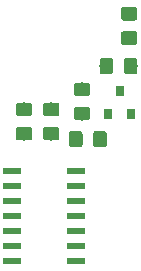
<source format=gbr>
G04 #@! TF.GenerationSoftware,KiCad,Pcbnew,5.0.2+dfsg1-1*
G04 #@! TF.CreationDate,2019-04-22T18:48:39+01:00*
G04 #@! TF.ProjectId,hawk,6861776b-2e6b-4696-9361-645f70636258,rev?*
G04 #@! TF.SameCoordinates,Original*
G04 #@! TF.FileFunction,Paste,Top*
G04 #@! TF.FilePolarity,Positive*
%FSLAX46Y46*%
G04 Gerber Fmt 4.6, Leading zero omitted, Abs format (unit mm)*
G04 Created by KiCad (PCBNEW 5.0.2+dfsg1-1) date Mon 22 Apr 2019 18:48:39 BST*
%MOMM*%
%LPD*%
G01*
G04 APERTURE LIST*
%ADD10C,0.100000*%
%ADD11C,1.150000*%
%ADD12R,1.500000X0.600000*%
%ADD13R,0.800000X0.900000*%
G04 APERTURE END LIST*
D10*
G04 #@! TO.C,C1*
G36*
X154124505Y-77501204D02*
X154148773Y-77504804D01*
X154172572Y-77510765D01*
X154195671Y-77519030D01*
X154217850Y-77529520D01*
X154238893Y-77542132D01*
X154258599Y-77556747D01*
X154276777Y-77573223D01*
X154293253Y-77591401D01*
X154307868Y-77611107D01*
X154320480Y-77632150D01*
X154330970Y-77654329D01*
X154339235Y-77677428D01*
X154345196Y-77701227D01*
X154348796Y-77725495D01*
X154350000Y-77749999D01*
X154350000Y-78650001D01*
X154348796Y-78674505D01*
X154345196Y-78698773D01*
X154339235Y-78722572D01*
X154330970Y-78745671D01*
X154320480Y-78767850D01*
X154307868Y-78788893D01*
X154293253Y-78808599D01*
X154276777Y-78826777D01*
X154258599Y-78843253D01*
X154238893Y-78857868D01*
X154217850Y-78870480D01*
X154195671Y-78880970D01*
X154172572Y-78889235D01*
X154148773Y-78895196D01*
X154124505Y-78898796D01*
X154100001Y-78900000D01*
X153449999Y-78900000D01*
X153425495Y-78898796D01*
X153401227Y-78895196D01*
X153377428Y-78889235D01*
X153354329Y-78880970D01*
X153332150Y-78870480D01*
X153311107Y-78857868D01*
X153291401Y-78843253D01*
X153273223Y-78826777D01*
X153256747Y-78808599D01*
X153242132Y-78788893D01*
X153229520Y-78767850D01*
X153219030Y-78745671D01*
X153210765Y-78722572D01*
X153204804Y-78698773D01*
X153201204Y-78674505D01*
X153200000Y-78650001D01*
X153200000Y-77749999D01*
X153201204Y-77725495D01*
X153204804Y-77701227D01*
X153210765Y-77677428D01*
X153219030Y-77654329D01*
X153229520Y-77632150D01*
X153242132Y-77611107D01*
X153256747Y-77591401D01*
X153273223Y-77573223D01*
X153291401Y-77556747D01*
X153311107Y-77542132D01*
X153332150Y-77529520D01*
X153354329Y-77519030D01*
X153377428Y-77510765D01*
X153401227Y-77504804D01*
X153425495Y-77501204D01*
X153449999Y-77500000D01*
X154100001Y-77500000D01*
X154124505Y-77501204D01*
X154124505Y-77501204D01*
G37*
D11*
X153775000Y-78200000D03*
D10*
G36*
X156174505Y-77501204D02*
X156198773Y-77504804D01*
X156222572Y-77510765D01*
X156245671Y-77519030D01*
X156267850Y-77529520D01*
X156288893Y-77542132D01*
X156308599Y-77556747D01*
X156326777Y-77573223D01*
X156343253Y-77591401D01*
X156357868Y-77611107D01*
X156370480Y-77632150D01*
X156380970Y-77654329D01*
X156389235Y-77677428D01*
X156395196Y-77701227D01*
X156398796Y-77725495D01*
X156400000Y-77749999D01*
X156400000Y-78650001D01*
X156398796Y-78674505D01*
X156395196Y-78698773D01*
X156389235Y-78722572D01*
X156380970Y-78745671D01*
X156370480Y-78767850D01*
X156357868Y-78788893D01*
X156343253Y-78808599D01*
X156326777Y-78826777D01*
X156308599Y-78843253D01*
X156288893Y-78857868D01*
X156267850Y-78870480D01*
X156245671Y-78880970D01*
X156222572Y-78889235D01*
X156198773Y-78895196D01*
X156174505Y-78898796D01*
X156150001Y-78900000D01*
X155499999Y-78900000D01*
X155475495Y-78898796D01*
X155451227Y-78895196D01*
X155427428Y-78889235D01*
X155404329Y-78880970D01*
X155382150Y-78870480D01*
X155361107Y-78857868D01*
X155341401Y-78843253D01*
X155323223Y-78826777D01*
X155306747Y-78808599D01*
X155292132Y-78788893D01*
X155279520Y-78767850D01*
X155269030Y-78745671D01*
X155260765Y-78722572D01*
X155254804Y-78698773D01*
X155251204Y-78674505D01*
X155250000Y-78650001D01*
X155250000Y-77749999D01*
X155251204Y-77725495D01*
X155254804Y-77701227D01*
X155260765Y-77677428D01*
X155269030Y-77654329D01*
X155279520Y-77632150D01*
X155292132Y-77611107D01*
X155306747Y-77591401D01*
X155323223Y-77573223D01*
X155341401Y-77556747D01*
X155361107Y-77542132D01*
X155382150Y-77529520D01*
X155404329Y-77519030D01*
X155427428Y-77510765D01*
X155451227Y-77504804D01*
X155475495Y-77501204D01*
X155499999Y-77500000D01*
X156150001Y-77500000D01*
X156174505Y-77501204D01*
X156174505Y-77501204D01*
G37*
D11*
X155825000Y-78200000D03*
G04 #@! TD*
D10*
G04 #@! TO.C,C2*
G36*
X154774505Y-73401204D02*
X154798773Y-73404804D01*
X154822572Y-73410765D01*
X154845671Y-73419030D01*
X154867850Y-73429520D01*
X154888893Y-73442132D01*
X154908599Y-73456747D01*
X154926777Y-73473223D01*
X154943253Y-73491401D01*
X154957868Y-73511107D01*
X154970480Y-73532150D01*
X154980970Y-73554329D01*
X154989235Y-73577428D01*
X154995196Y-73601227D01*
X154998796Y-73625495D01*
X155000000Y-73649999D01*
X155000000Y-74300001D01*
X154998796Y-74324505D01*
X154995196Y-74348773D01*
X154989235Y-74372572D01*
X154980970Y-74395671D01*
X154970480Y-74417850D01*
X154957868Y-74438893D01*
X154943253Y-74458599D01*
X154926777Y-74476777D01*
X154908599Y-74493253D01*
X154888893Y-74507868D01*
X154867850Y-74520480D01*
X154845671Y-74530970D01*
X154822572Y-74539235D01*
X154798773Y-74545196D01*
X154774505Y-74548796D01*
X154750001Y-74550000D01*
X153849999Y-74550000D01*
X153825495Y-74548796D01*
X153801227Y-74545196D01*
X153777428Y-74539235D01*
X153754329Y-74530970D01*
X153732150Y-74520480D01*
X153711107Y-74507868D01*
X153691401Y-74493253D01*
X153673223Y-74476777D01*
X153656747Y-74458599D01*
X153642132Y-74438893D01*
X153629520Y-74417850D01*
X153619030Y-74395671D01*
X153610765Y-74372572D01*
X153604804Y-74348773D01*
X153601204Y-74324505D01*
X153600000Y-74300001D01*
X153600000Y-73649999D01*
X153601204Y-73625495D01*
X153604804Y-73601227D01*
X153610765Y-73577428D01*
X153619030Y-73554329D01*
X153629520Y-73532150D01*
X153642132Y-73511107D01*
X153656747Y-73491401D01*
X153673223Y-73473223D01*
X153691401Y-73456747D01*
X153711107Y-73442132D01*
X153732150Y-73429520D01*
X153754329Y-73419030D01*
X153777428Y-73410765D01*
X153801227Y-73404804D01*
X153825495Y-73401204D01*
X153849999Y-73400000D01*
X154750001Y-73400000D01*
X154774505Y-73401204D01*
X154774505Y-73401204D01*
G37*
D11*
X154300000Y-73975000D03*
D10*
G36*
X154774505Y-75451204D02*
X154798773Y-75454804D01*
X154822572Y-75460765D01*
X154845671Y-75469030D01*
X154867850Y-75479520D01*
X154888893Y-75492132D01*
X154908599Y-75506747D01*
X154926777Y-75523223D01*
X154943253Y-75541401D01*
X154957868Y-75561107D01*
X154970480Y-75582150D01*
X154980970Y-75604329D01*
X154989235Y-75627428D01*
X154995196Y-75651227D01*
X154998796Y-75675495D01*
X155000000Y-75699999D01*
X155000000Y-76350001D01*
X154998796Y-76374505D01*
X154995196Y-76398773D01*
X154989235Y-76422572D01*
X154980970Y-76445671D01*
X154970480Y-76467850D01*
X154957868Y-76488893D01*
X154943253Y-76508599D01*
X154926777Y-76526777D01*
X154908599Y-76543253D01*
X154888893Y-76557868D01*
X154867850Y-76570480D01*
X154845671Y-76580970D01*
X154822572Y-76589235D01*
X154798773Y-76595196D01*
X154774505Y-76598796D01*
X154750001Y-76600000D01*
X153849999Y-76600000D01*
X153825495Y-76598796D01*
X153801227Y-76595196D01*
X153777428Y-76589235D01*
X153754329Y-76580970D01*
X153732150Y-76570480D01*
X153711107Y-76557868D01*
X153691401Y-76543253D01*
X153673223Y-76526777D01*
X153656747Y-76508599D01*
X153642132Y-76488893D01*
X153629520Y-76467850D01*
X153619030Y-76445671D01*
X153610765Y-76422572D01*
X153604804Y-76398773D01*
X153601204Y-76374505D01*
X153600000Y-76350001D01*
X153600000Y-75699999D01*
X153601204Y-75675495D01*
X153604804Y-75651227D01*
X153610765Y-75627428D01*
X153619030Y-75604329D01*
X153629520Y-75582150D01*
X153642132Y-75561107D01*
X153656747Y-75541401D01*
X153673223Y-75523223D01*
X153691401Y-75506747D01*
X153711107Y-75492132D01*
X153732150Y-75479520D01*
X153754329Y-75469030D01*
X153777428Y-75460765D01*
X153801227Y-75454804D01*
X153825495Y-75451204D01*
X153849999Y-75450000D01*
X154750001Y-75450000D01*
X154774505Y-75451204D01*
X154774505Y-75451204D01*
G37*
D11*
X154300000Y-76025000D03*
G04 #@! TD*
D10*
G04 #@! TO.C,C3*
G36*
X158774505Y-71301204D02*
X158798773Y-71304804D01*
X158822572Y-71310765D01*
X158845671Y-71319030D01*
X158867850Y-71329520D01*
X158888893Y-71342132D01*
X158908599Y-71356747D01*
X158926777Y-71373223D01*
X158943253Y-71391401D01*
X158957868Y-71411107D01*
X158970480Y-71432150D01*
X158980970Y-71454329D01*
X158989235Y-71477428D01*
X158995196Y-71501227D01*
X158998796Y-71525495D01*
X159000000Y-71549999D01*
X159000000Y-72450001D01*
X158998796Y-72474505D01*
X158995196Y-72498773D01*
X158989235Y-72522572D01*
X158980970Y-72545671D01*
X158970480Y-72567850D01*
X158957868Y-72588893D01*
X158943253Y-72608599D01*
X158926777Y-72626777D01*
X158908599Y-72643253D01*
X158888893Y-72657868D01*
X158867850Y-72670480D01*
X158845671Y-72680970D01*
X158822572Y-72689235D01*
X158798773Y-72695196D01*
X158774505Y-72698796D01*
X158750001Y-72700000D01*
X158099999Y-72700000D01*
X158075495Y-72698796D01*
X158051227Y-72695196D01*
X158027428Y-72689235D01*
X158004329Y-72680970D01*
X157982150Y-72670480D01*
X157961107Y-72657868D01*
X157941401Y-72643253D01*
X157923223Y-72626777D01*
X157906747Y-72608599D01*
X157892132Y-72588893D01*
X157879520Y-72567850D01*
X157869030Y-72545671D01*
X157860765Y-72522572D01*
X157854804Y-72498773D01*
X157851204Y-72474505D01*
X157850000Y-72450001D01*
X157850000Y-71549999D01*
X157851204Y-71525495D01*
X157854804Y-71501227D01*
X157860765Y-71477428D01*
X157869030Y-71454329D01*
X157879520Y-71432150D01*
X157892132Y-71411107D01*
X157906747Y-71391401D01*
X157923223Y-71373223D01*
X157941401Y-71356747D01*
X157961107Y-71342132D01*
X157982150Y-71329520D01*
X158004329Y-71319030D01*
X158027428Y-71310765D01*
X158051227Y-71304804D01*
X158075495Y-71301204D01*
X158099999Y-71300000D01*
X158750001Y-71300000D01*
X158774505Y-71301204D01*
X158774505Y-71301204D01*
G37*
D11*
X158425000Y-72000000D03*
D10*
G36*
X156724505Y-71301204D02*
X156748773Y-71304804D01*
X156772572Y-71310765D01*
X156795671Y-71319030D01*
X156817850Y-71329520D01*
X156838893Y-71342132D01*
X156858599Y-71356747D01*
X156876777Y-71373223D01*
X156893253Y-71391401D01*
X156907868Y-71411107D01*
X156920480Y-71432150D01*
X156930970Y-71454329D01*
X156939235Y-71477428D01*
X156945196Y-71501227D01*
X156948796Y-71525495D01*
X156950000Y-71549999D01*
X156950000Y-72450001D01*
X156948796Y-72474505D01*
X156945196Y-72498773D01*
X156939235Y-72522572D01*
X156930970Y-72545671D01*
X156920480Y-72567850D01*
X156907868Y-72588893D01*
X156893253Y-72608599D01*
X156876777Y-72626777D01*
X156858599Y-72643253D01*
X156838893Y-72657868D01*
X156817850Y-72670480D01*
X156795671Y-72680970D01*
X156772572Y-72689235D01*
X156748773Y-72695196D01*
X156724505Y-72698796D01*
X156700001Y-72700000D01*
X156049999Y-72700000D01*
X156025495Y-72698796D01*
X156001227Y-72695196D01*
X155977428Y-72689235D01*
X155954329Y-72680970D01*
X155932150Y-72670480D01*
X155911107Y-72657868D01*
X155891401Y-72643253D01*
X155873223Y-72626777D01*
X155856747Y-72608599D01*
X155842132Y-72588893D01*
X155829520Y-72567850D01*
X155819030Y-72545671D01*
X155810765Y-72522572D01*
X155804804Y-72498773D01*
X155801204Y-72474505D01*
X155800000Y-72450001D01*
X155800000Y-71549999D01*
X155801204Y-71525495D01*
X155804804Y-71501227D01*
X155810765Y-71477428D01*
X155819030Y-71454329D01*
X155829520Y-71432150D01*
X155842132Y-71411107D01*
X155856747Y-71391401D01*
X155873223Y-71373223D01*
X155891401Y-71356747D01*
X155911107Y-71342132D01*
X155932150Y-71329520D01*
X155954329Y-71319030D01*
X155977428Y-71310765D01*
X156001227Y-71304804D01*
X156025495Y-71301204D01*
X156049999Y-71300000D01*
X156700001Y-71300000D01*
X156724505Y-71301204D01*
X156724505Y-71301204D01*
G37*
D11*
X156375000Y-72000000D03*
G04 #@! TD*
D10*
G04 #@! TO.C,D1*
G36*
X152174505Y-75101204D02*
X152198773Y-75104804D01*
X152222572Y-75110765D01*
X152245671Y-75119030D01*
X152267850Y-75129520D01*
X152288893Y-75142132D01*
X152308599Y-75156747D01*
X152326777Y-75173223D01*
X152343253Y-75191401D01*
X152357868Y-75211107D01*
X152370480Y-75232150D01*
X152380970Y-75254329D01*
X152389235Y-75277428D01*
X152395196Y-75301227D01*
X152398796Y-75325495D01*
X152400000Y-75349999D01*
X152400000Y-76000001D01*
X152398796Y-76024505D01*
X152395196Y-76048773D01*
X152389235Y-76072572D01*
X152380970Y-76095671D01*
X152370480Y-76117850D01*
X152357868Y-76138893D01*
X152343253Y-76158599D01*
X152326777Y-76176777D01*
X152308599Y-76193253D01*
X152288893Y-76207868D01*
X152267850Y-76220480D01*
X152245671Y-76230970D01*
X152222572Y-76239235D01*
X152198773Y-76245196D01*
X152174505Y-76248796D01*
X152150001Y-76250000D01*
X151249999Y-76250000D01*
X151225495Y-76248796D01*
X151201227Y-76245196D01*
X151177428Y-76239235D01*
X151154329Y-76230970D01*
X151132150Y-76220480D01*
X151111107Y-76207868D01*
X151091401Y-76193253D01*
X151073223Y-76176777D01*
X151056747Y-76158599D01*
X151042132Y-76138893D01*
X151029520Y-76117850D01*
X151019030Y-76095671D01*
X151010765Y-76072572D01*
X151004804Y-76048773D01*
X151001204Y-76024505D01*
X151000000Y-76000001D01*
X151000000Y-75349999D01*
X151001204Y-75325495D01*
X151004804Y-75301227D01*
X151010765Y-75277428D01*
X151019030Y-75254329D01*
X151029520Y-75232150D01*
X151042132Y-75211107D01*
X151056747Y-75191401D01*
X151073223Y-75173223D01*
X151091401Y-75156747D01*
X151111107Y-75142132D01*
X151132150Y-75129520D01*
X151154329Y-75119030D01*
X151177428Y-75110765D01*
X151201227Y-75104804D01*
X151225495Y-75101204D01*
X151249999Y-75100000D01*
X152150001Y-75100000D01*
X152174505Y-75101204D01*
X152174505Y-75101204D01*
G37*
D11*
X151700000Y-75675000D03*
D10*
G36*
X152174505Y-77151204D02*
X152198773Y-77154804D01*
X152222572Y-77160765D01*
X152245671Y-77169030D01*
X152267850Y-77179520D01*
X152288893Y-77192132D01*
X152308599Y-77206747D01*
X152326777Y-77223223D01*
X152343253Y-77241401D01*
X152357868Y-77261107D01*
X152370480Y-77282150D01*
X152380970Y-77304329D01*
X152389235Y-77327428D01*
X152395196Y-77351227D01*
X152398796Y-77375495D01*
X152400000Y-77399999D01*
X152400000Y-78050001D01*
X152398796Y-78074505D01*
X152395196Y-78098773D01*
X152389235Y-78122572D01*
X152380970Y-78145671D01*
X152370480Y-78167850D01*
X152357868Y-78188893D01*
X152343253Y-78208599D01*
X152326777Y-78226777D01*
X152308599Y-78243253D01*
X152288893Y-78257868D01*
X152267850Y-78270480D01*
X152245671Y-78280970D01*
X152222572Y-78289235D01*
X152198773Y-78295196D01*
X152174505Y-78298796D01*
X152150001Y-78300000D01*
X151249999Y-78300000D01*
X151225495Y-78298796D01*
X151201227Y-78295196D01*
X151177428Y-78289235D01*
X151154329Y-78280970D01*
X151132150Y-78270480D01*
X151111107Y-78257868D01*
X151091401Y-78243253D01*
X151073223Y-78226777D01*
X151056747Y-78208599D01*
X151042132Y-78188893D01*
X151029520Y-78167850D01*
X151019030Y-78145671D01*
X151010765Y-78122572D01*
X151004804Y-78098773D01*
X151001204Y-78074505D01*
X151000000Y-78050001D01*
X151000000Y-77399999D01*
X151001204Y-77375495D01*
X151004804Y-77351227D01*
X151010765Y-77327428D01*
X151019030Y-77304329D01*
X151029520Y-77282150D01*
X151042132Y-77261107D01*
X151056747Y-77241401D01*
X151073223Y-77223223D01*
X151091401Y-77206747D01*
X151111107Y-77192132D01*
X151132150Y-77179520D01*
X151154329Y-77169030D01*
X151177428Y-77160765D01*
X151201227Y-77154804D01*
X151225495Y-77151204D01*
X151249999Y-77150000D01*
X152150001Y-77150000D01*
X152174505Y-77151204D01*
X152174505Y-77151204D01*
G37*
D11*
X151700000Y-77725000D03*
G04 #@! TD*
D10*
G04 #@! TO.C,R1*
G36*
X158774505Y-69051204D02*
X158798773Y-69054804D01*
X158822572Y-69060765D01*
X158845671Y-69069030D01*
X158867850Y-69079520D01*
X158888893Y-69092132D01*
X158908599Y-69106747D01*
X158926777Y-69123223D01*
X158943253Y-69141401D01*
X158957868Y-69161107D01*
X158970480Y-69182150D01*
X158980970Y-69204329D01*
X158989235Y-69227428D01*
X158995196Y-69251227D01*
X158998796Y-69275495D01*
X159000000Y-69299999D01*
X159000000Y-69950001D01*
X158998796Y-69974505D01*
X158995196Y-69998773D01*
X158989235Y-70022572D01*
X158980970Y-70045671D01*
X158970480Y-70067850D01*
X158957868Y-70088893D01*
X158943253Y-70108599D01*
X158926777Y-70126777D01*
X158908599Y-70143253D01*
X158888893Y-70157868D01*
X158867850Y-70170480D01*
X158845671Y-70180970D01*
X158822572Y-70189235D01*
X158798773Y-70195196D01*
X158774505Y-70198796D01*
X158750001Y-70200000D01*
X157849999Y-70200000D01*
X157825495Y-70198796D01*
X157801227Y-70195196D01*
X157777428Y-70189235D01*
X157754329Y-70180970D01*
X157732150Y-70170480D01*
X157711107Y-70157868D01*
X157691401Y-70143253D01*
X157673223Y-70126777D01*
X157656747Y-70108599D01*
X157642132Y-70088893D01*
X157629520Y-70067850D01*
X157619030Y-70045671D01*
X157610765Y-70022572D01*
X157604804Y-69998773D01*
X157601204Y-69974505D01*
X157600000Y-69950001D01*
X157600000Y-69299999D01*
X157601204Y-69275495D01*
X157604804Y-69251227D01*
X157610765Y-69227428D01*
X157619030Y-69204329D01*
X157629520Y-69182150D01*
X157642132Y-69161107D01*
X157656747Y-69141401D01*
X157673223Y-69123223D01*
X157691401Y-69106747D01*
X157711107Y-69092132D01*
X157732150Y-69079520D01*
X157754329Y-69069030D01*
X157777428Y-69060765D01*
X157801227Y-69054804D01*
X157825495Y-69051204D01*
X157849999Y-69050000D01*
X158750001Y-69050000D01*
X158774505Y-69051204D01*
X158774505Y-69051204D01*
G37*
D11*
X158300000Y-69625000D03*
D10*
G36*
X158774505Y-67001204D02*
X158798773Y-67004804D01*
X158822572Y-67010765D01*
X158845671Y-67019030D01*
X158867850Y-67029520D01*
X158888893Y-67042132D01*
X158908599Y-67056747D01*
X158926777Y-67073223D01*
X158943253Y-67091401D01*
X158957868Y-67111107D01*
X158970480Y-67132150D01*
X158980970Y-67154329D01*
X158989235Y-67177428D01*
X158995196Y-67201227D01*
X158998796Y-67225495D01*
X159000000Y-67249999D01*
X159000000Y-67900001D01*
X158998796Y-67924505D01*
X158995196Y-67948773D01*
X158989235Y-67972572D01*
X158980970Y-67995671D01*
X158970480Y-68017850D01*
X158957868Y-68038893D01*
X158943253Y-68058599D01*
X158926777Y-68076777D01*
X158908599Y-68093253D01*
X158888893Y-68107868D01*
X158867850Y-68120480D01*
X158845671Y-68130970D01*
X158822572Y-68139235D01*
X158798773Y-68145196D01*
X158774505Y-68148796D01*
X158750001Y-68150000D01*
X157849999Y-68150000D01*
X157825495Y-68148796D01*
X157801227Y-68145196D01*
X157777428Y-68139235D01*
X157754329Y-68130970D01*
X157732150Y-68120480D01*
X157711107Y-68107868D01*
X157691401Y-68093253D01*
X157673223Y-68076777D01*
X157656747Y-68058599D01*
X157642132Y-68038893D01*
X157629520Y-68017850D01*
X157619030Y-67995671D01*
X157610765Y-67972572D01*
X157604804Y-67948773D01*
X157601204Y-67924505D01*
X157600000Y-67900001D01*
X157600000Y-67249999D01*
X157601204Y-67225495D01*
X157604804Y-67201227D01*
X157610765Y-67177428D01*
X157619030Y-67154329D01*
X157629520Y-67132150D01*
X157642132Y-67111107D01*
X157656747Y-67091401D01*
X157673223Y-67073223D01*
X157691401Y-67056747D01*
X157711107Y-67042132D01*
X157732150Y-67029520D01*
X157754329Y-67019030D01*
X157777428Y-67010765D01*
X157801227Y-67004804D01*
X157825495Y-67001204D01*
X157849999Y-67000000D01*
X158750001Y-67000000D01*
X158774505Y-67001204D01*
X158774505Y-67001204D01*
G37*
D11*
X158300000Y-67575000D03*
G04 #@! TD*
D10*
G04 #@! TO.C,R2*
G36*
X149874505Y-75101204D02*
X149898773Y-75104804D01*
X149922572Y-75110765D01*
X149945671Y-75119030D01*
X149967850Y-75129520D01*
X149988893Y-75142132D01*
X150008599Y-75156747D01*
X150026777Y-75173223D01*
X150043253Y-75191401D01*
X150057868Y-75211107D01*
X150070480Y-75232150D01*
X150080970Y-75254329D01*
X150089235Y-75277428D01*
X150095196Y-75301227D01*
X150098796Y-75325495D01*
X150100000Y-75349999D01*
X150100000Y-76000001D01*
X150098796Y-76024505D01*
X150095196Y-76048773D01*
X150089235Y-76072572D01*
X150080970Y-76095671D01*
X150070480Y-76117850D01*
X150057868Y-76138893D01*
X150043253Y-76158599D01*
X150026777Y-76176777D01*
X150008599Y-76193253D01*
X149988893Y-76207868D01*
X149967850Y-76220480D01*
X149945671Y-76230970D01*
X149922572Y-76239235D01*
X149898773Y-76245196D01*
X149874505Y-76248796D01*
X149850001Y-76250000D01*
X148949999Y-76250000D01*
X148925495Y-76248796D01*
X148901227Y-76245196D01*
X148877428Y-76239235D01*
X148854329Y-76230970D01*
X148832150Y-76220480D01*
X148811107Y-76207868D01*
X148791401Y-76193253D01*
X148773223Y-76176777D01*
X148756747Y-76158599D01*
X148742132Y-76138893D01*
X148729520Y-76117850D01*
X148719030Y-76095671D01*
X148710765Y-76072572D01*
X148704804Y-76048773D01*
X148701204Y-76024505D01*
X148700000Y-76000001D01*
X148700000Y-75349999D01*
X148701204Y-75325495D01*
X148704804Y-75301227D01*
X148710765Y-75277428D01*
X148719030Y-75254329D01*
X148729520Y-75232150D01*
X148742132Y-75211107D01*
X148756747Y-75191401D01*
X148773223Y-75173223D01*
X148791401Y-75156747D01*
X148811107Y-75142132D01*
X148832150Y-75129520D01*
X148854329Y-75119030D01*
X148877428Y-75110765D01*
X148901227Y-75104804D01*
X148925495Y-75101204D01*
X148949999Y-75100000D01*
X149850001Y-75100000D01*
X149874505Y-75101204D01*
X149874505Y-75101204D01*
G37*
D11*
X149400000Y-75675000D03*
D10*
G36*
X149874505Y-77151204D02*
X149898773Y-77154804D01*
X149922572Y-77160765D01*
X149945671Y-77169030D01*
X149967850Y-77179520D01*
X149988893Y-77192132D01*
X150008599Y-77206747D01*
X150026777Y-77223223D01*
X150043253Y-77241401D01*
X150057868Y-77261107D01*
X150070480Y-77282150D01*
X150080970Y-77304329D01*
X150089235Y-77327428D01*
X150095196Y-77351227D01*
X150098796Y-77375495D01*
X150100000Y-77399999D01*
X150100000Y-78050001D01*
X150098796Y-78074505D01*
X150095196Y-78098773D01*
X150089235Y-78122572D01*
X150080970Y-78145671D01*
X150070480Y-78167850D01*
X150057868Y-78188893D01*
X150043253Y-78208599D01*
X150026777Y-78226777D01*
X150008599Y-78243253D01*
X149988893Y-78257868D01*
X149967850Y-78270480D01*
X149945671Y-78280970D01*
X149922572Y-78289235D01*
X149898773Y-78295196D01*
X149874505Y-78298796D01*
X149850001Y-78300000D01*
X148949999Y-78300000D01*
X148925495Y-78298796D01*
X148901227Y-78295196D01*
X148877428Y-78289235D01*
X148854329Y-78280970D01*
X148832150Y-78270480D01*
X148811107Y-78257868D01*
X148791401Y-78243253D01*
X148773223Y-78226777D01*
X148756747Y-78208599D01*
X148742132Y-78188893D01*
X148729520Y-78167850D01*
X148719030Y-78145671D01*
X148710765Y-78122572D01*
X148704804Y-78098773D01*
X148701204Y-78074505D01*
X148700000Y-78050001D01*
X148700000Y-77399999D01*
X148701204Y-77375495D01*
X148704804Y-77351227D01*
X148710765Y-77327428D01*
X148719030Y-77304329D01*
X148729520Y-77282150D01*
X148742132Y-77261107D01*
X148756747Y-77241401D01*
X148773223Y-77223223D01*
X148791401Y-77206747D01*
X148811107Y-77192132D01*
X148832150Y-77179520D01*
X148854329Y-77169030D01*
X148877428Y-77160765D01*
X148901227Y-77154804D01*
X148925495Y-77151204D01*
X148949999Y-77150000D01*
X149850001Y-77150000D01*
X149874505Y-77151204D01*
X149874505Y-77151204D01*
G37*
D11*
X149400000Y-77725000D03*
G04 #@! TD*
D12*
G04 #@! TO.C,U1*
X148400000Y-80890000D03*
X148400000Y-82160000D03*
X148400000Y-83430000D03*
X148400000Y-84700000D03*
X148400000Y-85970000D03*
X148400000Y-87240000D03*
X148400000Y-88510000D03*
X153800000Y-88510000D03*
X153800000Y-87240000D03*
X153800000Y-85970000D03*
X153800000Y-84700000D03*
X153800000Y-83430000D03*
X153800000Y-82160000D03*
X153800000Y-80890000D03*
G04 #@! TD*
D13*
G04 #@! TO.C,U2*
X156550000Y-76100000D03*
X158450000Y-76100000D03*
X157500000Y-74100000D03*
G04 #@! TD*
M02*

</source>
